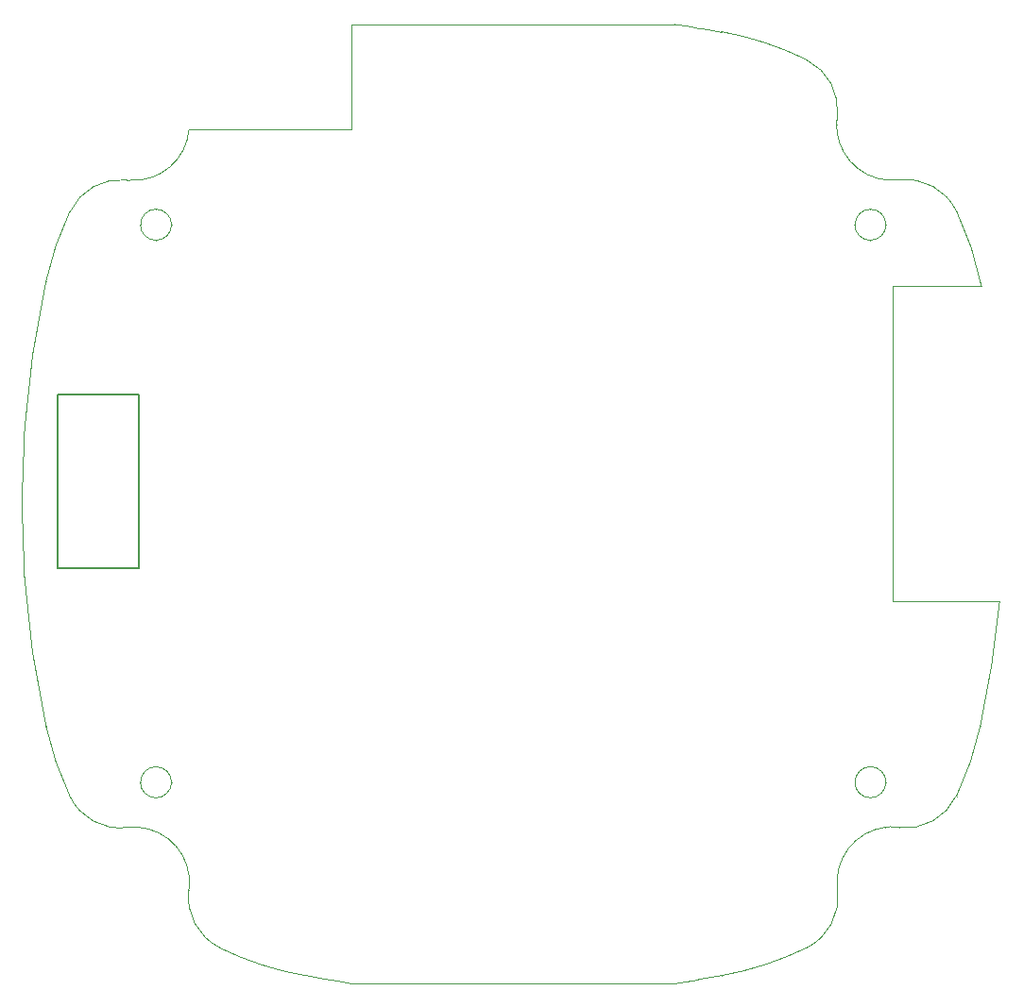
<source format=gko>
%FSTAX23Y23*%
%MOIN*%
%SFA1B1*%

%IPPOS*%
%ADD16C,0.005910*%
%ADD83C,0.000500*%
%LNÑ§Ï°ÐÍºìÍâ×ª·¢Æ÷-1*%
%LPD*%
G54D16*
X0511Y0471D02*
Y05325D01*
Y0471D02*
X05399D01*
Y05325*
X0511D02*
X05399D01*
G54D83*
X07979Y05868D02*
D01*
D01*
G75*
G03X08034Y05923I0J00055D01*
G74*G01*
X07924D02*
D01*
D01*
G75*
G03X07979Y05868I00055J0D01*
G74*G01*
Y05978D02*
D01*
D01*
G75*
G03X07924Y05923I-0J-00054D01*
G74*G01*
X08034D02*
D01*
D01*
G75*
G03X07979Y05978I-00055J-0D01*
G74*G01*
X05403Y05923D02*
D01*
D01*
G75*
G03X05458Y05868I00055J0D01*
G74*G01*
Y05978D02*
D01*
D01*
G75*
G03X05403Y05923I-0J-00054D01*
G74*G01*
X05458Y05868D02*
D01*
D01*
G75*
G03X05513Y05923I0J00055D01*
G74*G01*
D01*
D01*
G75*
G03X05458Y05978I-00055J-0D01*
G74*G01*
X07979Y04009D02*
D01*
D01*
G75*
G03X07924Y03954I-0J-00054D01*
G74*G01*
X08034D02*
D01*
D01*
G75*
G03X07979Y04009I-00055J-0D01*
G74*G01*
Y03899D02*
D01*
D01*
G75*
G03X08034Y03954I0J00055D01*
G74*G01*
X07924D02*
D01*
D01*
G75*
G03X07979Y03899I00055J0D01*
G74*G01*
X05458Y04009D02*
D01*
D01*
G75*
G03X05403Y03954I-0J-00054D01*
G74*G01*
D01*
D01*
G75*
G03X05458Y03899I00055J0D01*
G74*G01*
X05513Y03954D02*
D01*
D01*
G75*
G03X05458Y04009I-00055J-0D01*
G74*G01*
Y03899D02*
D01*
D01*
G75*
G03X05513Y03954I0J00055D01*
G74*G01*
X07355Y06621D02*
D01*
D01*
G75*
G03X07288Y06631I-00421J-02792D01*
G74*G01*
X07754Y06506D02*
D01*
D01*
G75*
G03X07454Y06605I-00509J-01039D01*
G74*G01*
X07862Y06302D02*
D01*
D01*
G75*
G03X07754Y06506I-00196J00026D01*
G74*G01*
X07861Y06253D02*
D01*
D01*
G75*
G03X08081Y06081I00195J00023D01*
G74*G01*
X07861Y06293D02*
D01*
D01*
G75*
G03X0786Y06278I00162J-00016D01*
G74*G01*
X07862Y06302D02*
D01*
D01*
G75*
G03X07861Y06293I00152J-00025D01*
G74*G01*
X0786Y06278D02*
D01*
D01*
G75*
G03X07861Y06253I00187J-00002D01*
G74*G01*
X08283Y0597D02*
D01*
D01*
G75*
G03X08081Y06081I-00177J-00083D01*
G74*G01*
X08371Y05706D02*
D01*
D01*
G75*
G03X08283Y0597I-01119J-00224D01*
G74*G01*
X08367Y04153D02*
D01*
D01*
G75*
G03X08435Y04594I-03617J00785D01*
G74*G01*
X08283Y03905D02*
D01*
D01*
G75*
G03X08367Y04153I-01017J00483D01*
G74*G01*
X08081Y03794D02*
D01*
D01*
G75*
G03X08283Y03905I00023J00195D01*
G74*G01*
X08081Y03794D02*
D01*
D01*
G75*
G03X08071Y03796I-00025J-00140D01*
G74*G01*
D01*
D01*
G75*
G03X08051Y03797I-00016J-00155D01*
G74*G01*
D01*
D01*
G75*
G03X08031Y03795I00003J-00176D01*
G74*G01*
X07754Y03369D02*
D01*
D01*
G75*
G03X07862Y03573I-00087J00177D01*
G74*G01*
X08031Y03795D02*
D01*
D01*
G75*
G03X07862Y03573I00026J-00194D01*
G74*G01*
X07454Y03271D02*
D01*
D01*
G75*
G03X07754Y03369I-00202J01124D01*
G74*G01*
X07371Y03257D02*
D01*
D01*
G75*
G03X07454Y03272I-00699J04353D01*
G74*G01*
X05683Y03369D02*
D01*
D01*
G75*
G03X05983Y03272I00493J01004D01*
G74*G01*
X05574Y03573D02*
D01*
D01*
G75*
G03X05683Y03369I00195J-00026D01*
G74*G01*
X05574Y03573D02*
D01*
D01*
G75*
G03X05575Y03583I-00165J00026D01*
G74*G01*
D01*
D01*
G75*
G03X05575Y03623I-00182J00017D01*
G74*G01*
D01*
D01*
G75*
G03X05356Y03794I-00193J-00022D01*
G74*G01*
X05154Y03905D02*
D01*
D01*
G75*
G03X05356Y03794I00177J00083D01*
G74*G01*
X0507Y04152D02*
D01*
D01*
G75*
G03X05154Y03905I01115J00242D01*
G74*G01*
X04994Y0468D02*
D01*
D01*
G75*
G03X0507Y04152I03593J00249D01*
G74*G01*
Y05723D02*
D01*
D01*
G75*
G03X04994Y0468I03588J-00785D01*
G74*G01*
X05356Y06081D02*
D01*
D01*
G75*
G03X05154Y0597I-00023J-00195D01*
G74*G01*
D01*
D01*
G75*
G03X0507Y05723I01032J-00489D01*
G74*G01*
X05364Y0608D02*
D01*
D01*
G75*
G03X05576Y06261I00015J00196D01*
G74*G01*
X05356Y06081D02*
X05364Y0608D01*
X06148Y06631D02*
X07288D01*
X07355Y06621D02*
X07404Y06613D01*
X07437Y06608D02*
X07454Y06605D01*
X07404Y06613D02*
X07437Y06608D01*
X08058Y05706D02*
X08371Y05706D01*
X08058Y04595D02*
Y05706D01*
Y04595D02*
X08435D01*
X08435Y04594D02*
X08435Y04595D01*
X07304Y03247D02*
X07371Y03257D01*
X07288Y03245D02*
X07304Y03247D01*
X06148Y03245D02*
X07288D01*
X06Y03269D02*
X0605Y0326D01*
X06099Y03252*
X06148Y03245*
X05983Y03272D02*
X06Y03269D01*
X05576Y06261D02*
X06148D01*
Y06631*
M02*
</source>
